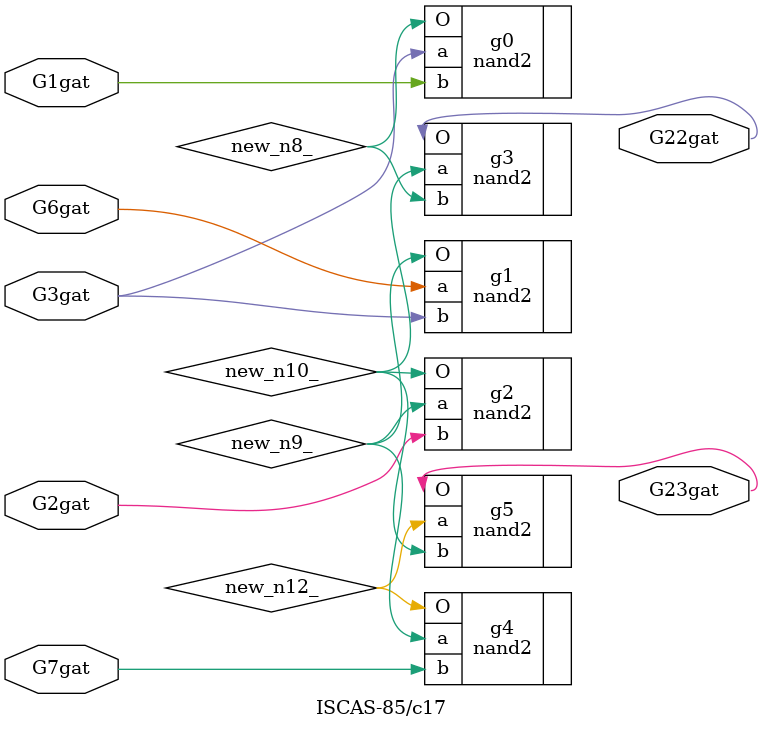
<source format=v>

module \ISCAS-85/c17  ( 
    G1gat, G2gat, G3gat, G6gat, G7gat,
    G22gat, G23gat  );
  input  G1gat, G2gat, G3gat, G6gat, G7gat;
  output G22gat, G23gat;
  wire new_n8_, new_n9_, new_n10_, new_n12_;
  nand2  g0(.a(G3gat), .b(G1gat), .O(new_n8_));
  nand2  g1(.a(G6gat), .b(G3gat), .O(new_n9_));
  nand2  g2(.a(new_n9_), .b(G2gat), .O(new_n10_));
  nand2  g3(.a(new_n10_), .b(new_n8_), .O(G22gat));
  nand2  g4(.a(new_n9_), .b(G7gat), .O(new_n12_));
  nand2  g5(.a(new_n12_), .b(new_n10_), .O(G23gat));
endmodule



</source>
